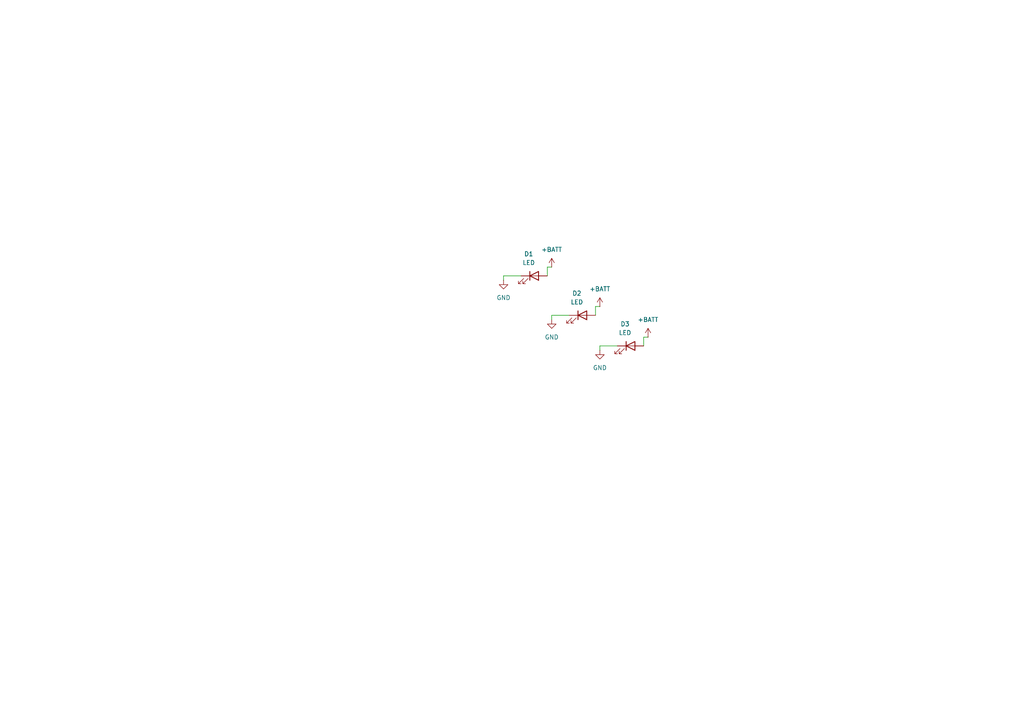
<source format=kicad_sch>
(kicad_sch (version 20250114) (generator "eeschema") (generator_version "9.0")
  (paper "A4")
  (title_block (title "Testing KiCad Project"))
  (lib_symbols
    (symbol "Device:LED" (pin_numbers (hide yes)) (pin_names (offset 1.016) (hide yes))
      (property "Reference" "D" (at 0 2.54 0))
      (property "Value" "LED" (at 0 -2.54 0))
      (symbol "LED_0_1"
        (polyline (pts (xy -3.048 -0.762) (xy -4.572 -2.286) (xy -3.81 -2.286) (xy -4.572 -2.286) (xy -4.572 -1.524)))
        (polyline (pts (xy -1.778 -0.762) (xy -3.302 -2.286) (xy -2.54 -2.286) (xy -3.302 -2.286) (xy -3.302 -1.524)))
        (polyline (pts (xy -1.27 0) (xy 1.27 0)))
        (polyline (pts (xy -1.27 -1.27) (xy -1.27 1.27)) (stroke (width 0.254)))
        (polyline (pts (xy 1.27 -1.27) (xy 1.27 1.27) (xy -1.27 0) (xy 1.27 -1.27)) (stroke (width 0.254)))
      )
      (symbol "LED_1_1"
        (pin passive line (at -3.81 0 0) (length 2.54) (name "K") (number "1"))
        (pin passive line (at 3.81 0 180) (length 2.54) (name "A") (number "2"))
      )
    )
    (symbol "power:+BATT" (power) (pin_numbers (hide yes)) (pin_names (offset 0) (hide yes))
      (property "Value" "+BATT" (at 0 3.556 0))
      (symbol "+BATT_0_1"
        (polyline (pts (xy -0.762 1.27) (xy 0 2.54)))
        (polyline (pts (xy 0 2.54) (xy 0.762 1.27)))
        (polyline (pts (xy 0 0) (xy 0 2.54)))
      )
      (symbol "+BATT_1_1"
        (pin power_in line (at 0 0 90) (length 0) (name "~") (number "1"))
      )
    )
    (symbol "power:GND" (power) (pin_numbers (hide yes)) (pin_names (offset 0) (hide yes))
      (property "Value" "GND" (at 0 -3.81 0))
      (symbol "GND_0_1"
        (polyline (pts (xy 0 0) (xy 0 -1.27) (xy 1.27 -1.27) (xy 0 -2.54) (xy -1.27 -1.27) (xy 0 -1.27)))
      )
      (symbol "GND_1_1"
        (pin power_in line (at 0 0 270) (length 0) (name "~") (number "1"))
      )
    )
  )
  (wire (pts (xy 151.13 80.01) (xy 146.05 80.01)))
  (wire (pts (xy 173.99 100.33) (xy 173.99 101.6)))
  (wire (pts (xy 158.75 80.01) (xy 158.75 77.47)))
  (wire (pts (xy 172.72 88.9) (xy 173.99 88.9)))
  (wire (pts (xy 186.69 97.79) (xy 187.96 97.79)))
  (wire (pts (xy 158.75 77.47) (xy 160.02 77.47)))
  (wire (pts (xy 179.07 100.33) (xy 173.99 100.33)))
  (wire (pts (xy 146.05 80.01) (xy 146.05 81.28)))
  (wire (pts (xy 172.72 91.44) (xy 172.72 88.9)))
  (wire (pts (xy 165.1 91.44) (xy 160.02 91.44)))
  (wire (pts (xy 186.69 100.33) (xy 186.69 97.79)))
  (wire (pts (xy 160.02 91.44) (xy 160.02 92.71)))
  (symbol (lib_id "Device:LED") (at 168.91 91.44 0) (unit 1)
    (property "Reference" "D2" (at 167.3225 85.09 0))
    (property "Value" "LED" (at 167.3225 87.63 0))
    (property "Description" "Light emitting diode" (effects (hide yes)))
    (property "Sim.Pins" "1=K 2=A" (effects (hide yes)))
  )
  (symbol (lib_id "power:+BATT") (at 160.02 77.47 0) (unit 1)
    (property "Reference" "#PWR02" (effects (hide yes)))
    (property "Value" "+BATT" (at 160.02 72.39 0))
    (property "Description" "Power symbol creates a global label with name \"+BATT\"" (effects (hide yes)))
  )
  (symbol (lib_id "power:+BATT") (at 187.96 97.79 0) (unit 1)
    (property "Reference" "#PWR06" (effects (hide yes)))
    (property "Value" "+BATT" (at 187.96 92.71 0))
    (property "Description" "Power symbol creates a global label with name \"+BATT\"" (effects (hide yes)))
  )
  (symbol (lib_id "Device:LED") (at 154.94 80.01 0) (unit 1)
    (property "Reference" "D1" (at 153.3525 73.66 0))
    (property "Value" "LED" (at 153.3525 76.2 0))
    (property "Description" "Light emitting diode" (effects (hide yes)))
    (property "Sim.Pins" "1=K 2=A" (effects (hide yes)))
  )
  (symbol (lib_id "power:+BATT") (at 173.99 88.9 0) (unit 1)
    (property "Reference" "#PWR04" (effects (hide yes)))
    (property "Value" "+BATT" (at 173.99 83.82 0))
    (property "Description" "Power symbol creates a global label with name \"+BATT\"" (effects (hide yes)))
  )
  (symbol (lib_id "power:GND") (at 160.02 92.71 0) (unit 1)
    (property "Reference" "#PWR03" (effects (hide yes)))
    (property "Value" "GND" (at 160.02 97.79 0))
    (property "Description" "Power symbol creates a global label with name \"GND\" , ground" (effects (hide yes)))
  )
  (symbol (lib_id "power:GND") (at 173.99 101.6 0) (unit 1)
    (property "Reference" "#PWR05" (effects (hide yes)))
    (property "Value" "GND" (at 173.99 106.68 0))
    (property "Description" "Power symbol creates a global label with name \"GND\" , ground" (effects (hide yes)))
  )
  (symbol (lib_id "power:GND") (at 146.05 81.28 0) (unit 1)
    (property "Reference" "#PWR01" (effects (hide yes)))
    (property "Value" "GND" (at 146.05 86.36 0))
    (property "Description" "Power symbol creates a global label with name \"GND\" , ground" (effects (hide yes)))
  )
  (symbol (lib_id "Device:LED") (at 182.88 100.33 0) (unit 1)
    (property "Reference" "D3" (at 181.2925 93.98 0))
    (property "Value" "LED" (at 181.2925 96.52 0))
    (property "Description" "Light emitting diode" (effects (hide yes)))
    (property "Sim.Pins" "1=K 2=A" (effects (hide yes)))
  )
)
</source>
